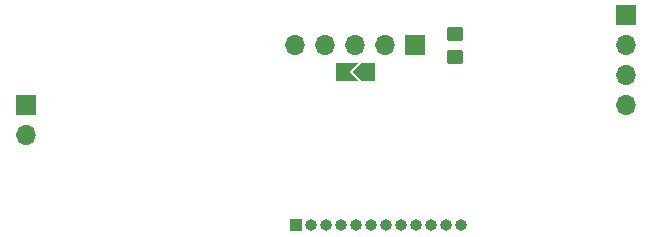
<source format=gbs>
G04 #@! TF.GenerationSoftware,KiCad,Pcbnew,(6.0.6)*
G04 #@! TF.CreationDate,2023-04-02T13:24:19+02:00*
G04 #@! TF.ProjectId,LampeSolairePetite,4c616d70-6553-46f6-9c61-697265506574,R00*
G04 #@! TF.SameCoordinates,PX5f5e100PY5cfbb60*
G04 #@! TF.FileFunction,Soldermask,Bot*
G04 #@! TF.FilePolarity,Negative*
%FSLAX46Y46*%
G04 Gerber Fmt 4.6, Leading zero omitted, Abs format (unit mm)*
G04 Created by KiCad (PCBNEW (6.0.6)) date 2023-04-02 13:24:19*
%MOMM*%
%LPD*%
G01*
G04 APERTURE LIST*
G04 Aperture macros list*
%AMRoundRect*
0 Rectangle with rounded corners*
0 $1 Rounding radius*
0 $2 $3 $4 $5 $6 $7 $8 $9 X,Y pos of 4 corners*
0 Add a 4 corners polygon primitive as box body*
4,1,4,$2,$3,$4,$5,$6,$7,$8,$9,$2,$3,0*
0 Add four circle primitives for the rounded corners*
1,1,$1+$1,$2,$3*
1,1,$1+$1,$4,$5*
1,1,$1+$1,$6,$7*
1,1,$1+$1,$8,$9*
0 Add four rect primitives between the rounded corners*
20,1,$1+$1,$2,$3,$4,$5,0*
20,1,$1+$1,$4,$5,$6,$7,0*
20,1,$1+$1,$6,$7,$8,$9,0*
20,1,$1+$1,$8,$9,$2,$3,0*%
%AMFreePoly0*
4,1,6,0.587500,0.000000,1.287500,-0.725000,-0.587500,-0.725000,-0.587500,0.725000,1.287500,0.725000,0.587500,0.000000,0.587500,0.000000,$1*%
%AMFreePoly1*
4,1,6,0.587500,-0.725000,-0.587500,-0.725000,-1.287500,0.000000,-0.587500,0.725000,0.587500,0.725000,0.587500,-0.725000,0.587500,-0.725000,$1*%
G04 Aperture macros list end*
%ADD10R,1.700000X1.700000*%
%ADD11O,1.700000X1.700000*%
%ADD12FreePoly0,0.000000*%
%ADD13FreePoly1,0.000000*%
%ADD14RoundRect,0.250000X-0.450000X0.350000X-0.450000X-0.350000X0.450000X-0.350000X0.450000X0.350000X0*%
%ADD15R,1.000000X1.000000*%
%ADD16O,1.000000X1.000000*%
G04 APERTURE END LIST*
D10*
X47320000Y23840000D03*
D11*
X47320000Y21300000D03*
X47320000Y18760000D03*
X47320000Y16220000D03*
X19375000Y21300000D03*
X21915000Y21300000D03*
X24455000Y21300000D03*
X26995000Y21300000D03*
D10*
X29535000Y21300000D03*
D12*
X23422500Y19014000D03*
D13*
X25497500Y19014000D03*
D14*
X32842000Y22300000D03*
X32842000Y20300000D03*
D15*
X19380000Y6060000D03*
D16*
X20650000Y6060000D03*
X21920000Y6060000D03*
X23190000Y6060000D03*
X24460000Y6060000D03*
X25730000Y6060000D03*
X27000000Y6060000D03*
X28270000Y6060000D03*
X29540000Y6060000D03*
X30810000Y6060000D03*
X32080000Y6060000D03*
X33350000Y6060000D03*
D11*
X-3480000Y13680000D03*
D10*
X-3480000Y16220000D03*
M02*

</source>
